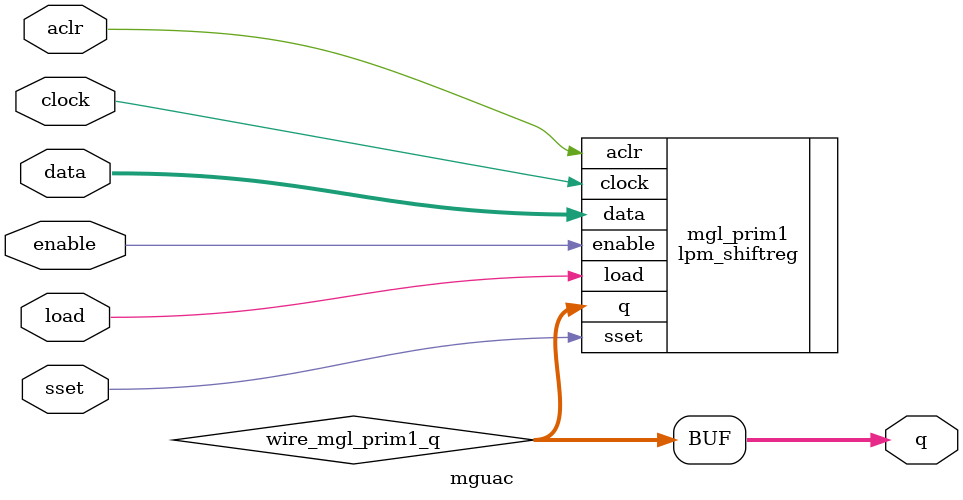
<source format=v>






//synthesis_resources = lpm_shiftreg 1 
//synopsys translate_off
`timescale 1 ps / 1 ps
//synopsys translate_on
module  mguac
	( 
	aclr,
	clock,
	data,
	enable,
	load,
	q,
	sset) /* synthesis synthesis_clearbox=1 */;
	input   aclr;
	input   clock;
	input   [15:0]  data;
	input   enable;
	input   load;
	output   [15:0]  q;
	input   sset;

	wire  [15:0]   wire_mgl_prim1_q;

	lpm_shiftreg   mgl_prim1
	( 
	.aclr(aclr),
	.clock(clock),
	.data(data),
	.enable(enable),
	.load(load),
	.q(wire_mgl_prim1_q),
	.sset(sset));
	defparam
		mgl_prim1.lpm_direction = "LEFT",
		mgl_prim1.lpm_type = "LPM_SHIFTREG",
		mgl_prim1.lpm_width = 16;
	assign
		q = wire_mgl_prim1_q;
endmodule //mguac
//VALID FILE

</source>
